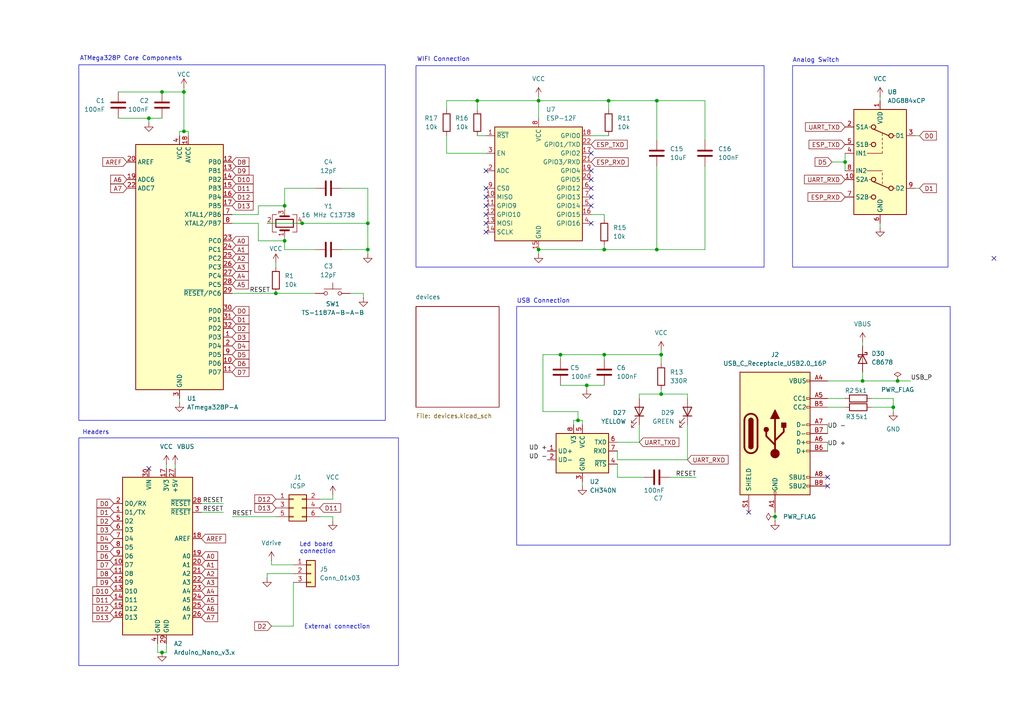
<source format=kicad_sch>
(kicad_sch (version 20250114) (generator "eeschema") (generator_version "9.0")
  (paper "A4")
  (lib_symbols
    (symbol "Analog_Switch:ADG884xCP"
      (property "Reference" "U" (at -7.62 16.51 0))
      (property "Value" "ADG884xCP" (at 0.635 16.51 0))
      (symbol "ADG884xCP_1_1"
        (pin bidirectional line (at -10.16 10.16 0) (length 2.54) (name "S1A") (number "2"))
        (pin bidirectional line (at -10.16 5.08 0) (length 2.54) (name "S1B") (number "5"))
        (pin input line (at -10.16 2.54 0) (length 2.54) (name "IN1") (number "4"))
        (pin input line (at -10.16 -2.54 0) (length 2.54) (name "IN2") (number "8"))
        (pin bidirectional line (at -10.16 -5.08 0) (length 2.54) (name "S2A") (number "10"))
        (pin bidirectional line (at -10.16 -10.16 0) (length 2.54) (name "S2B") (number "7"))
        (pin power_in line (at 0 17.78 270) (length 2.54) (name "VDD") (number "1"))
        (pin passive line (at 0 -17.78 90) (length 2.54) (hide yes) (name "GND") (number "11"))
        (pin power_in line (at 0 -17.78 90) (length 2.54) (name "GND") (number "6"))
        (pin bidirectional line (at 10.16 7.62 180) (length 2.54) (name "D1") (number "3"))
        (pin bidirectional line (at 10.16 -7.62 180) (length 2.54) (name "D2") (number "9"))
      )
    )
    (symbol "Arduino_Nano_v3.x_1"
      (property "Reference" "A" (at -10.16 23.495 0))
      (property "Value" "Arduino_Nano_v3.x" (at 5.08 -24.13 0))
      (symbol "Arduino_Nano_v3.x_1_1_1"
        (pin bidirectional line (at -12.7 15.24 0) (length 2.54) (name "D0/RX") (number "2"))
        (pin bidirectional line (at -12.7 12.7 0) (length 2.54) (name "D1/TX") (number "1"))
        (pin bidirectional line (at -12.7 10.16 0) (length 2.54) (name "D2") (number "5"))
        (pin bidirectional line (at -12.7 7.62 0) (length 2.54) (name "D3") (number "6"))
        (pin bidirectional line (at -12.7 5.08 0) (length 2.54) (name "D4") (number "7"))
        (pin bidirectional line (at -12.7 2.54 0) (length 2.54) (name "D5") (number "8"))
        (pin bidirectional line (at -12.7 0 0) (length 2.54) (name "D6") (number "9"))
        (pin bidirectional line (at -12.7 -2.54 0) (length 2.54) (name "D7") (number "10"))
        (pin bidirectional line (at -12.7 -5.08 0) (length 2.54) (name "D8") (number "11"))
        (pin bidirectional line (at -12.7 -7.62 0) (length 2.54) (name "D9") (number "12"))
        (pin bidirectional line (at -12.7 -10.16 0) (length 2.54) (name "D10") (number "13"))
        (pin bidirectional line (at -12.7 -12.7 0) (length 2.54) (name "D11") (number "14"))
        (pin bidirectional line (at -12.7 -15.24 0) (length 2.54) (name "D12") (number "15"))
        (pin bidirectional line (at -12.7 -17.78 0) (length 2.54) (name "D13") (number "16"))
        (pin power_in line (at -2.54 25.4 270) (length 2.54) (name "VIN") (number "30"))
        (pin power_in line (at 0 -25.4 90) (length 2.54) (name "GND") (number "4"))
        (pin power_out line (at 2.54 25.4 270) (length 2.54) (name "3V3") (number "17"))
        (pin power_in line (at 2.54 -25.4 90) (length 2.54) (name "GND") (number "29"))
        (pin power_out line (at 5.08 25.4 270) (length 2.54) (name "+5V") (number "27"))
        (pin input line (at 12.7 15.24 180) (length 2.54) (name "~{RESET}") (number "28"))
        (pin input line (at 12.7 12.7 180) (length 2.54) (name "~{RESET}") (number "3"))
        (pin input line (at 12.7 5.08 180) (length 2.54) (name "AREF") (number "18"))
        (pin bidirectional line (at 12.7 0 180) (length 2.54) (name "A0") (number "19"))
        (pin bidirectional line (at 12.7 -2.54 180) (length 2.54) (name "A1") (number "20"))
        (pin bidirectional line (at 12.7 -5.08 180) (length 2.54) (name "A2") (number "21"))
        (pin bidirectional line (at 12.7 -7.62 180) (length 2.54) (name "A3") (number "22"))
        (pin bidirectional line (at 12.7 -10.16 180) (length 2.54) (name "A4") (number "23"))
        (pin bidirectional line (at 12.7 -12.7 180) (length 2.54) (name "A5") (number "24"))
        (pin bidirectional line (at 12.7 -15.24 180) (length 2.54) (name "A6") (number "25"))
        (pin bidirectional line (at 12.7 -17.78 180) (length 2.54) (name "A7") (number "26"))
      )
    )
    (symbol "Connector:USB_C_Receptacle_USB2.0_16P" (pin_names (offset 1.016))
      (property "Reference" "J" (at 0 22.225 0))
      (property "Value" "USB_C_Receptacle_USB2.0_16P" (at 0 19.685 0))
      (symbol "USB_C_Receptacle_USB2.0_16P_1_1"
        (pin passive line (at -7.62 -22.86 90) (length 5.08) (name "SHIELD") (number "S1"))
        (pin passive line (at 0 -22.86 90) (length 5.08) (name "GND") (number "A1"))
        (pin passive line (at 0 -22.86 90) (length 5.08) (hide yes) (name "GND") (number "A12"))
        (pin passive line (at 0 -22.86 90) (length 5.08) (hide yes) (name "GND") (number "B1"))
        (pin passive line (at 0 -22.86 90) (length 5.08) (hide yes) (name "GND") (number "B12"))
        (pin passive line (at 15.24 15.24 180) (length 5.08) (name "VBUS") (number "A4"))
        (pin passive line (at 15.24 15.24 180) (length 5.08) (hide yes) (name "VBUS") (number "A9"))
        (pin passive line (at 15.24 15.24 180) (length 5.08) (hide yes) (name "VBUS") (number "B4"))
        (pin passive line (at 15.24 15.24 180) (length 5.08) (hide yes) (name "VBUS") (number "B9"))
        (pin bidirectional line (at 15.24 10.16 180) (length 5.08) (name "CC1") (number "A5"))
        (pin bidirectional line (at 15.24 7.62 180) (length 5.08) (name "CC2") (number "B5"))
        (pin bidirectional line (at 15.24 2.54 180) (length 5.08) (name "D-") (number "A7"))
        (pin bidirectional line (at 15.24 0 180) (length 5.08) (name "D-") (number "B7"))
        (pin bidirectional line (at 15.24 -2.54 180) (length 5.08) (name "D+") (number "A6"))
        (pin bidirectional line (at 15.24 -5.08 180) (length 5.08) (name "D+") (number "B6"))
        (pin bidirectional line (at 15.24 -12.7 180) (length 5.08) (name "SBU1") (number "A8"))
        (pin bidirectional line (at 15.24 -15.24 180) (length 5.08) (name "SBU2") (number "B8"))
      )
    )
    (symbol "Connector_Generic:Conn_01x03" (pin_names (offset 1.016) (hide yes))
      (property "Reference" "J" (at 0 5.08 0))
      (property "Value" "Conn_01x03" (at 0 -5.08 0))
      (symbol "Conn_01x03_1_1"
        (pin passive line (at -5.08 2.54 0) (length 3.81) (name "Pin_1") (number "1"))
        (pin passive line (at -5.08 0 0) (length 3.81) (name "Pin_2") (number "2"))
        (pin passive line (at -5.08 -2.54 0) (length 3.81) (name "Pin_3") (number "3"))
      )
    )
    (symbol "Connector_Generic:Conn_02x03_Odd_Even" (pin_names (offset 1.016) (hide yes))
      (property "Reference" "J" (at 1.27 5.08 0))
      (property "Value" "Conn_02x03_Odd_Even" (at 1.27 -5.08 0))
      (symbol "Conn_02x03_Odd_Even_1_1"
        (pin passive line (at -5.08 2.54 0) (length 3.81) (name "Pin_1") (number "1"))
        (pin passive line (at -5.08 0 0) (length 3.81) (name "Pin_3") (number "3"))
        (pin passive line (at -5.08 -2.54 0) (length 3.81) (name "Pin_5") (number "5"))
        (pin passive line (at 7.62 2.54 180) (length 3.81) (name "Pin_2") (number "2"))
        (pin passive line (at 7.62 0 180) (length 3.81) (name "Pin_4") (number "4"))
        (pin passive line (at 7.62 -2.54 180) (length 3.81) (name "Pin_6") (number "6"))
      )
    )
    (symbol "Device:C" (pin_numbers (hide yes)) (pin_names (offset 0.254))
      (property "Reference" "C" (at 0.635 2.54 0))
      (property "Value" "C" (at 0.635 -2.54 0))
      (symbol "C_1_1"
        (pin passive line (at 0 3.81 270) (length 2.794) (name "~") (number "1"))
        (pin passive line (at 0 -3.81 90) (length 2.794) (name "~") (number "2"))
      )
    )
    (symbol "Device:Crystal_GND24" (pin_names (offset 1.016) (hide yes))
      (property "Reference" "Y" (at 3.175 5.08 0))
      (property "Value" "Crystal_GND24" (at 3.175 3.175 0))
      (symbol "Crystal_GND24_1_1"
        (pin passive line (at -3.81 0 0) (length 1.27) (name "1") (number "1"))
        (pin passive line (at 0 5.08 270) (length 1.27) (name "2") (number "2"))
        (pin passive line (at 0 -5.08 90) (length 1.27) (name "4") (number "4"))
        (pin passive line (at 3.81 0 180) (length 1.27) (name "3") (number "3"))
      )
    )
    (symbol "Device:LED" (pin_numbers (hide yes)) (pin_names (offset 1.016) (hide yes))
      (property "Reference" "D" (at 0 2.54 0))
      (property "Value" "LED" (at 0 -2.54 0))
      (symbol "LED_1_1"
        (pin passive line (at -3.81 0 0) (length 2.54) (name "K") (number "1"))
        (pin passive line (at 3.81 0 180) (length 2.54) (name "A") (number "2"))
      )
    )
    (symbol "Device:R" (pin_numbers (hide yes)) (pin_names (offset 0))
      (property "Reference" "R" (at 2.032 0 90))
      (property "Value" "R" (at 0 0 90))
      (symbol "R_1_1"
        (pin passive line (at 0 3.81 270) (length 1.27) (name "~") (number "1"))
        (pin passive line (at 0 -3.81 90) (length 1.27) (name "~") (number "2"))
      )
    )
    (symbol "Diode:SS34" (pin_numbers (hide yes)) (pin_names (offset 1.016) (hide yes))
      (property "Reference" "D" (at 0 2.54 0))
      (property "Value" "SS34" (at 0 -2.54 0))
      (symbol "SS34_1_1"
        (pin passive line (at -3.81 0 0) (length 2.54) (name "K") (number "1"))
        (pin passive line (at 3.81 0 180) (length 2.54) (name "A") (number "2"))
      )
    )
    (symbol "MCU_Microchip_ATmega:ATmega328P-A"
      (property "Reference" "U" (at -12.7 36.83 0))
      (property "Value" "ATmega328P-A" (at 2.54 -36.83 0))
      (symbol "ATmega328P-A_1_1"
        (pin passive line (at -15.24 30.48 0) (length 2.54) (name "AREF") (number "20"))
        (pin input line (at -15.24 25.4 0) (length 2.54) (name "ADC6") (number "19"))
        (pin input line (at -15.24 22.86 0) (length 2.54) (name "ADC7") (number "22"))
        (pin power_in line (at 0 38.1 270) (length 2.54) (name "VCC") (number "4"))
        (pin passive line (at 0 38.1 270) (length 2.54) (hide yes) (name "VCC") (number "6"))
        (pin passive line (at 0 -38.1 90) (length 2.54) (hide yes) (name "GND") (number "21"))
        (pin power_in line (at 0 -38.1 90) (length 2.54) (name "GND") (number "3"))
        (pin passive line (at 0 -38.1 90) (length 2.54) (hide yes) (name "GND") (number "5"))
        (pin power_in line (at 2.54 38.1 270) (length 2.54) (name "AVCC") (number "18"))
        (pin bidirectional line (at 15.24 30.48 180) (length 2.54) (name "PB0") (number "12"))
        (pin bidirectional line (at 15.24 27.94 180) (length 2.54) (name "PB1") (number "13"))
        (pin bidirectional line (at 15.24 25.4 180) (length 2.54) (name "PB2") (number "14"))
        (pin bidirectional line (at 15.24 22.86 180) (length 2.54) (name "PB3") (number "15"))
        (pin bidirectional line (at 15.24 20.32 180) (length 2.54) (name "PB4") (number "16"))
        (pin bidirectional line (at 15.24 17.78 180) (length 2.54) (name "PB5") (number "17"))
        (pin bidirectional line (at 15.24 15.24 180) (length 2.54) (name "XTAL1/PB6") (number "7"))
        (pin bidirectional line (at 15.24 12.7 180) (length 2.54) (name "XTAL2/PB7") (number "8"))
        (pin bidirectional line (at 15.24 7.62 180) (length 2.54) (name "PC0") (number "23"))
        (pin bidirectional line (at 15.24 5.08 180) (length 2.54) (name "PC1") (number "24"))
        (pin bidirectional line (at 15.24 2.54 180) (length 2.54) (name "PC2") (number "25"))
        (pin bidirectional line (at 15.24 0 180) (length 2.54) (name "PC3") (number "26"))
        (pin bidirectional line (at 15.24 -2.54 180) (length 2.54) (name "PC4") (number "27"))
        (pin bidirectional line (at 15.24 -5.08 180) (length 2.54) (name "PC5") (number "28"))
        (pin bidirectional line (at 15.24 -7.62 180) (length 2.54) (name "~{RESET}/PC6") (number "29"))
        (pin bidirectional line (at 15.24 -12.7 180) (length 2.54) (name "PD0") (number "30"))
        (pin bidirectional line (at 15.24 -15.24 180) (length 2.54) (name "PD1") (number "31"))
        (pin bidirectional line (at 15.24 -17.78 180) (length 2.54) (name "PD2") (number "32"))
        (pin bidirectional line (at 15.24 -20.32 180) (length 2.54) (name "PD3") (number "1"))
        (pin bidirectional line (at 15.24 -22.86 180) (length 2.54) (name "PD4") (number "2"))
        (pin bidirectional line (at 15.24 -25.4 180) (length 2.54) (name "PD5") (number "9"))
        (pin bidirectional line (at 15.24 -27.94 180) (length 2.54) (name "PD6") (number "10"))
        (pin bidirectional line (at 15.24 -30.48 180) (length 2.54) (name "PD7") (number "11"))
      )
    )
    (symbol "RF_Module:ESP-12F"
      (property "Reference" "U" (at -12.7 19.05 0))
      (property "Value" "ESP-12F" (at 12.7 19.05 0))
      (symbol "ESP-12F_1_1"
        (pin input line (at -15.24 15.24 0) (length 2.54) (name "~{RST}") (number "1"))
        (pin input line (at -15.24 10.16 0) (length 2.54) (name "EN") (number "3"))
        (pin input line (at -15.24 5.08 0) (length 2.54) (name "ADC") (number "2"))
        (pin input line (at -15.24 0 0) (length 2.54) (name "CS0") (number "9"))
        (pin bidirectional line (at -15.24 -2.54 0) (length 2.54) (name "MISO") (number "10"))
        (pin bidirectional line (at -15.24 -5.08 0) (length 2.54) (name "GPIO9") (number "11"))
        (pin bidirectional line (at -15.24 -7.62 0) (length 2.54) (name "GPIO10") (number "12"))
        (pin bidirectional line (at -15.24 -10.16 0) (length 2.54) (name "MOSI") (number "13"))
        (pin bidirectional line (at -15.24 -12.7 0) (length 2.54) (name "SCLK") (number "14"))
        (pin power_in line (at 0 20.32 270) (length 2.54) (name "VCC") (number "8"))
        (pin power_in line (at 0 -17.78 90) (length 2.54) (name "GND") (number "15"))
        (pin bidirectional line (at 15.24 15.24 180) (length 2.54) (name "GPIO0") (number "18"))
        (pin bidirectional line (at 15.24 12.7 180) (length 2.54) (name "GPIO1/TXD") (number "22"))
        (pin bidirectional line (at 15.24 10.16 180) (length 2.54) (name "GPIO2") (number "17"))
        (pin bidirectional line (at 15.24 7.62 180) (length 2.54) (name "GPIO3/RXD") (number "21"))
        (pin bidirectional line (at 15.24 5.08 180) (length 2.54) (name "GPIO4") (number "19"))
        (pin bidirectional line (at 15.24 2.54 180) (length 2.54) (name "GPIO5") (number "20"))
        (pin bidirectional line (at 15.24 0 180) (length 2.54) (name "GPIO12") (number "6"))
        (pin bidirectional line (at 15.24 -2.54 180) (length 2.54) (name "GPIO13") (number "7"))
        (pin bidirectional line (at 15.24 -5.08 180) (length 2.54) (name "GPIO14") (number "5"))
        (pin bidirectional line (at 15.24 -7.62 180) (length 2.54) (name "GPIO15") (number "16"))
        (pin bidirectional line (at 15.24 -10.16 180) (length 2.54) (name "GPIO16") (number "4"))
      )
    )
    (symbol "Switch:SW_Push" (pin_numbers (hide yes)) (pin_names (offset 1.016) (hide yes))
      (property "Reference" "SW" (at 1.27 2.54 0))
      (property "Value" "SW_Push" (at 0 -1.524 0))
      (symbol "SW_Push_0_1"
        (pin passive line (at -5.08 0 0) (length 2.54) (name "1") (number "1"))
        (pin passive line (at 5.08 0 180) (length 2.54) (name "2") (number "2"))
      )
    )
    (symbol "ch340n:CH340N"
      (property "Reference" "U3" (at 1.9559 -1.27 0))
      (property "Value" "CH340N" (at -8.89 -1.27 0))
      (symbol "CH340N_1_1"
        (pin bidirectional line (at -10.16 7.62 0) (length 2.54) (name "UD+") (number "1"))
        (pin bidirectional line (at -10.16 5.08 0) (length 2.54) (name "UD-") (number "2"))
        (pin passive line (at -2.54 15.24 270) (length 2.54) (name "V3") (number "8"))
        (pin power_in line (at 0 15.24 270) (length 2.54) (name "VCC") (number "5"))
        (pin power_in line (at 0 -1.27 90) (length 2.54) (name "GND") (number "3"))
        (pin output line (at 10.16 10.16 180) (length 2.54) (name "TXD") (number "6"))
        (pin input line (at 10.16 7.62 180) (length 2.54) (name "RXD") (number "7"))
        (pin output line (at 10.16 3.81 180) (length 2.54) (name "~{RTS}") (number "4"))
      )
    )
    (symbol "power:GND" (power) (pin_numbers (hide yes)) (pin_names (offset 0) (hide yes))
      (property "Value" "GND" (at 0 -3.81 0))
      (symbol "GND_1_1"
        (pin power_in line (at 0 0 270) (length 0) (name "~") (number "1"))
      )
    )
    (symbol "power:PWR_FLAG" (power) (pin_numbers (hide yes)) (pin_names (offset 0) (hide yes))
      (property "Value" "PWR_FLAG" (at 0 3.81 0))
      (symbol "PWR_FLAG_0_0"
        (pin power_out line (at 0 0 90) (length 0) (name "~") (number "1"))
      )
    )
    (symbol "power:VBUS" (power) (pin_numbers (hide yes)) (pin_names (offset 0) (hide yes))
      (property "Value" "VBUS" (at 0 3.556 0))
      (symbol "VBUS_1_1"
        (pin power_in line (at 0 0 90) (length 0) (name "~") (number "1"))
      )
    )
    (symbol "power:VCC" (power) (pin_numbers (hide yes)) (pin_names (offset 0) (hide yes))
      (property "Value" "VCC" (at 0 3.556 0))
      (symbol "VCC_1_1"
        (pin power_in line (at 0 0 90) (length 0) (name "~") (number "1"))
      )
    )
    (symbol "power:Vdrive" (power) (pin_numbers (hide yes)) (pin_names (offset 0) (hide yes))
      (property "Value" "Vdrive" (at 0 3.556 0))
      (symbol "Vdrive_1_1"
        (pin power_in line (at 0 0 90) (length 0) (name "~") (number "1"))
      )
    )
  )
  (rectangle (start 22.86 18.796) (end 111.76 121.92))
  (rectangle (start 149.86 88.9) (end 275.59 158.115))
  (text "WIFI Connection" (at 120.904 17.272 0) (effects (font (size 1.27 1.27)) (justify left)))
  (text "ATMega328P Core Components\n" (at 23.114 17.018 0) (effects (font (size 1.27 1.27)) (justify left)))
  (text "Led board \nconnection\n\n" (at 92.202 160.02 0) (effects (font (size 1.27 1.27))))
  (text "Headers\n" (at 23.876 125.476 0) (effects (font (size 1.27 1.27)) (justify left)))
  (text "USB Connection" (at 149.86 87.376 0) (effects (font (size 1.27 1.27)) (justify left)))
  (text "Analog Switch\n" (at 229.87 17.526 0) (effects (font (size 1.27 1.27)) (justify left)))
  (text "External connection" (at 97.79 181.864 0) (effects (font (size 1.27 1.27))))
  (text_box "" (at 22.86 127 0) (size 92.71 66.04) (margins 0.9525 0.9525 0.9525 0.9525) (effects (font (size 1.27 1.27)) (justify left top)))
  (text_box "" (at 229.87 19.05 0) (size 45.085 58.42) (margins 0.9525 0.9525 0.9525 0.9525) (effects (font (size 1.27 1.27)) (justify left top)))
  (text_box "" (at 120.65 19.05 0) (size 100.965 58.42) (margins 0.9525 0.9525 0.9525 0.9525) (effects (font (size 1.27 1.27)) (justify left top)))
  (junction (at 175.26 102.87))
  (junction (at 106.68 72.39))
  (junction (at 82.55 59.69))
  (junction (at 156.21 72.39))
  (junction (at 156.21 29.21))
  (junction (at 46.99 26.67))
  (junction (at 53.34 26.67))
  (junction (at 260.35 110.49))
  (junction (at 80.01 85.09))
  (junction (at 138.43 29.21))
  (junction (at 46.99 189.23))
  (junction (at 190.5 72.39))
  (junction (at 245.11 46.99))
  (junction (at 82.55 69.85))
  (junction (at 224.79 149.86))
  (junction (at 167.64 121.92))
  (junction (at 191.77 114.3))
  (junction (at 259.08 118.11))
  (junction (at 106.68 64.77))
  (junction (at 175.26 72.39))
  (junction (at 87.63 64.77))
  (junction (at 250.19 110.49))
  (junction (at 190.5 29.21))
  (junction (at 176.53 29.21))
  (junction (at 162.56 102.87))
  (junction (at 53.34 38.1))
  (junction (at 191.77 102.87))
  (junction (at 43.18 34.29))
  (junction (at 170.18 111.76))
  (no_connect (at 171.45 49.53))
  (no_connect (at 256.54 228.6))
  (no_connect (at 171.45 54.61))
  (no_connect (at 240.03 138.43))
  (no_connect (at 240.03 140.97))
  (no_connect (at 171.45 59.69))
  (no_connect (at 171.45 64.77))
  (no_connect (at 288.29 74.93))
  (no_connect (at 171.45 44.45))
  (no_connect (at 140.97 49.53))
  (no_connect (at 140.97 59.69))
  (no_connect (at 171.45 52.07))
  (no_connect (at 140.97 54.61))
  (no_connect (at 171.45 57.15))
  (no_connect (at 43.18 135.89))
  (no_connect (at 217.17 148.59))
  (no_connect (at 140.97 62.23))
  (no_connect (at 140.97 57.15))
  (no_connect (at 140.97 64.77))
  (no_connect (at 140.97 67.31))
  (wire (pts (xy 82.55 68.58) (xy 82.55 69.85)))
  (wire (pts (xy 129.54 29.21) (xy 138.43 29.21)))
  (wire (pts (xy 171.45 39.37) (xy 176.53 39.37)))
  (wire (pts (xy 199.39 123.19) (xy 199.39 133.35)))
  (wire (pts (xy 199.39 114.3) (xy 191.77 114.3)))
  (wire (pts (xy 34.29 26.67) (xy 46.99 26.67)))
  (wire (pts (xy 53.34 38.1) (xy 54.61 38.1)))
  (wire (pts (xy 240.03 110.49) (xy 250.19 110.49)))
  (wire (pts (xy 53.34 25.4) (xy 53.34 26.67)))
  (wire (pts (xy 85.09 181.61) (xy 78.74 181.61)))
  (wire (pts (xy 106.68 54.61) (xy 106.68 64.77)))
  (wire (pts (xy 179.07 138.43) (xy 186.69 138.43)))
  (wire (pts (xy 105.41 85.09) (xy 101.6 85.09)))
  (wire (pts (xy 259.08 119.38) (xy 259.08 118.11)))
  (wire (pts (xy 58.42 148.59) (xy 64.77 148.59)))
  (wire (pts (xy 138.43 29.21) (xy 156.21 29.21)))
  (wire (pts (xy 185.42 114.3) (xy 185.42 115.57)))
  (wire (pts (xy 96.52 149.86) (xy 96.52 151.13)))
  (wire (pts (xy 250.19 110.49) (xy 260.35 110.49)))
  (wire (pts (xy 179.07 133.35) (xy 179.07 130.81)))
  (wire (pts (xy 138.43 29.21) (xy 138.43 31.75)))
  (wire (pts (xy 224.79 148.59) (xy 224.79 149.86)))
  (wire (pts (xy 43.18 35.56) (xy 43.18 34.29)))
  (wire (pts (xy 204.47 48.26) (xy 204.47 72.39)))
  (wire (pts (xy 255.27 27.94) (xy 255.27 29.21)))
  (wire (pts (xy 99.06 72.39) (xy 106.68 72.39)))
  (wire (pts (xy 48.26 189.23) (xy 46.99 189.23)))
  (wire (pts (xy 34.29 34.29) (xy 43.18 34.29)))
  (wire (pts (xy 168.91 140.97) (xy 168.91 139.7)))
  (wire (pts (xy 240.03 123.19) (xy 240.03 125.73)))
  (wire (pts (xy 176.53 29.21) (xy 190.5 29.21)))
  (wire (pts (xy 157.48 102.87) (xy 162.56 102.87)))
  (wire (pts (xy 175.26 102.87) (xy 191.77 102.87)))
  (wire (pts (xy 54.61 38.1) (xy 54.61 39.37)))
  (wire (pts (xy 74.93 62.23) (xy 67.31 62.23)))
  (wire (pts (xy 52.07 116.84) (xy 52.07 115.57)))
  (wire (pts (xy 175.26 71.12) (xy 175.26 72.39)))
  (wire (pts (xy 252.73 115.57) (xy 259.08 115.57)))
  (wire (pts (xy 77.47 167.64) (xy 77.47 166.37)))
  (wire (pts (xy 199.39 115.57) (xy 199.39 114.3)))
  (wire (pts (xy 52.07 39.37) (xy 52.07 38.1)))
  (wire (pts (xy 190.5 29.21) (xy 190.5 40.64)))
  (wire (pts (xy 190.5 29.21) (xy 204.47 29.21)))
  (wire (pts (xy 48.26 134.62) (xy 48.26 135.89)))
  (wire (pts (xy 67.31 85.09) (xy 80.01 85.09)))
  (wire (pts (xy 87.63 64.77) (xy 106.68 64.77)))
  (wire (pts (xy 168.91 121.92) (xy 168.91 123.19)))
  (wire (pts (xy 129.54 39.37) (xy 129.54 44.45)))
  (wire (pts (xy 175.26 102.87) (xy 175.26 104.14)))
  (wire (pts (xy 167.64 121.92) (xy 167.64 119.38)))
  (wire (pts (xy 176.53 29.21) (xy 156.21 29.21)))
  (wire (pts (xy 157.48 119.38) (xy 157.48 102.87)))
  (wire (pts (xy 48.26 186.69) (xy 48.26 189.23)))
  (wire (pts (xy 43.18 34.29) (xy 46.99 34.29)))
  (wire (pts (xy 91.44 54.61) (xy 82.55 54.61)))
  (wire (pts (xy 240.03 118.11) (xy 245.11 118.11)))
  (wire (pts (xy 194.31 138.43) (xy 201.93 138.43)))
  (wire (pts (xy 106.68 73.66) (xy 106.68 72.39)))
  (wire (pts (xy 53.34 26.67) (xy 53.34 38.1)))
  (wire (pts (xy 245.11 44.45) (xy 245.11 46.99)))
  (wire (pts (xy 260.35 110.49) (xy 264.16 110.49)))
  (wire (pts (xy 92.71 149.86) (xy 96.52 149.86)))
  (wire (pts (xy 67.31 64.77) (xy 74.93 64.77)))
  (wire (pts (xy 176.53 29.21) (xy 176.53 31.75)))
  (wire (pts (xy 96.52 144.78) (xy 96.52 143.51)))
  (wire (pts (xy 240.03 115.57) (xy 245.11 115.57)))
  (wire (pts (xy 129.54 31.75) (xy 129.54 29.21)))
  (wire (pts (xy 266.7 54.61) (xy 265.43 54.61)))
  (wire (pts (xy 245.11 46.99) (xy 245.11 49.53)))
  (wire (pts (xy 82.55 59.69) (xy 74.93 59.69)))
  (wire (pts (xy 167.64 119.38) (xy 157.48 119.38)))
  (wire (pts (xy 53.34 26.67) (xy 46.99 26.67)))
  (wire (pts (xy 129.54 44.45) (xy 140.97 44.45)))
  (wire (pts (xy 191.77 113.03) (xy 191.77 114.3)))
  (wire (pts (xy 175.26 63.5) (xy 175.26 62.23)))
  (wire (pts (xy 74.93 59.69) (xy 74.93 62.23)))
  (wire (pts (xy 45.72 186.69) (xy 45.72 189.23)))
  (wire (pts (xy 240.03 128.27) (xy 240.03 130.81)))
  (wire (pts (xy 179.07 133.35) (xy 199.39 133.35)))
  (wire (pts (xy 106.68 64.77) (xy 106.68 72.39)))
  (wire (pts (xy 250.19 99.06) (xy 250.19 100.33)))
  (wire (pts (xy 190.5 72.39) (xy 175.26 72.39)))
  (wire (pts (xy 99.06 54.61) (xy 106.68 54.61)))
  (wire (pts (xy 179.07 138.43) (xy 179.07 134.62)))
  (wire (pts (xy 250.19 110.49) (xy 250.19 107.95)))
  (wire (pts (xy 78.74 162.56) (xy 78.74 163.83)))
  (wire (pts (xy 85.09 168.91) (xy 85.09 181.61)))
  (wire (pts (xy 191.77 105.41) (xy 191.77 102.87)))
  (wire (pts (xy 265.43 39.37) (xy 266.7 39.37)))
  (wire (pts (xy 224.79 149.86) (xy 224.79 151.13)))
  (wire (pts (xy 170.18 111.76) (xy 175.26 111.76)))
  (wire (pts (xy 191.77 101.6) (xy 191.77 102.87)))
  (wire (pts (xy 156.21 27.94) (xy 156.21 29.21)))
  (wire (pts (xy 78.74 163.83) (xy 85.09 163.83)))
  (wire (pts (xy 162.56 102.87) (xy 175.26 102.87)))
  (wire (pts (xy 191.77 114.3) (xy 185.42 114.3)))
  (wire (pts (xy 52.07 38.1) (xy 53.34 38.1)))
  (wire (pts (xy 92.71 144.78) (xy 96.52 144.78)))
  (wire (pts (xy 162.56 102.87) (xy 162.56 104.14)))
  (wire (pts (xy 252.73 118.11) (xy 259.08 118.11)))
  (wire (pts (xy 167.64 121.92) (xy 168.91 121.92)))
  (wire (pts (xy 74.93 69.85) (xy 82.55 69.85)))
  (wire (pts (xy 91.44 72.39) (xy 82.55 72.39)))
  (wire (pts (xy 259.08 115.57) (xy 259.08 118.11)))
  (wire (pts (xy 82.55 72.39) (xy 82.55 69.85)))
  (wire (pts (xy 77.47 166.37) (xy 85.09 166.37)))
  (wire (pts (xy 138.43 39.37) (xy 140.97 39.37)))
  (wire (pts (xy 175.26 72.39) (xy 156.21 72.39)))
  (wire (pts (xy 80.01 85.09) (xy 91.44 85.09)))
  (wire (pts (xy 77.47 64.77) (xy 87.63 64.77)))
  (wire (pts (xy 166.37 121.92) (xy 167.64 121.92)))
  (wire (pts (xy 162.56 111.76) (xy 170.18 111.76)))
  (wire (pts (xy 50.8 134.62) (xy 50.8 135.89)))
  (wire (pts (xy 185.42 128.27) (xy 179.07 128.27)))
  (wire (pts (xy 175.26 62.23) (xy 171.45 62.23)))
  (wire (pts (xy 45.72 189.23) (xy 46.99 189.23)))
  (wire (pts (xy 82.55 54.61) (xy 82.55 59.69)))
  (wire (pts (xy 156.21 72.39) (xy 156.21 73.66)))
  (wire (pts (xy 190.5 72.39) (xy 204.47 72.39)))
  (wire (pts (xy 185.42 123.19) (xy 185.42 128.27)))
  (wire (pts (xy 170.18 113.03) (xy 170.18 111.76)))
  (wire (pts (xy 255.27 66.04) (xy 255.27 64.77)))
  (wire (pts (xy 204.47 40.64) (xy 204.47 29.21)))
  (wire (pts (xy 58.42 146.05) (xy 64.77 146.05)))
  (wire (pts (xy 74.93 64.77) (xy 74.93 69.85)))
  (wire (pts (xy 241.3 46.99) (xy 245.11 46.99)))
  (wire (pts (xy 67.31 149.86) (xy 80.01 149.86)))
  (wire (pts (xy 80.01 76.2) (xy 80.01 77.47)))
  (wire (pts (xy 190.5 48.26) (xy 190.5 72.39)))
  (wire (pts (xy 156.21 29.21) (xy 156.21 34.29)))
  (wire (pts (xy 82.55 59.69) (xy 82.55 60.96)))
  (wire (pts (xy 166.37 123.19) (xy 166.37 121.92)))
  (wire (pts (xy 105.41 86.36) (xy 105.41 85.09)))
  (label "RESET" (at 64.77 148.59 180))
  (label "RESET" (at 72.39 85.09 0))
  (label "UD +" (at 158.75 130.81 180))
  (label "UD -" (at 158.75 133.35 180))
  (label "UD +" (at 240.03 129.54 0))
  (label "USB_P" (at 264.16 110.49 0))
  (label "RESET" (at 64.77 146.05 180))
  (label "RESET" (at 67.31 149.86 0))
  (label "UD -" (at 240.03 124.46 0))
  (label "RESET" (at 201.93 138.43 180))
  (global_label "D9" (shape input) (at 33.02 168.91 180) (property "Intersheetrefs" "${INTERSHEET_REFS}" (effects (hide yes))))
  (global_label "D13" (shape input) (at 80.01 147.32 180) (property "Intersheetrefs" "${INTERSHEET_REFS}" (effects (hide yes))))
  (global_label "A4" (shape input) (at 58.42 171.45 0) (property "Intersheetrefs" "${INTERSHEET_REFS}" (effects (hide yes))))
  (global_label "A7" (shape input) (at 58.42 179.07 0) (property "Intersheetrefs" "${INTERSHEET_REFS}" (effects (hide yes))))
  (global_label "ESP_TXD" (shape input) (at 171.45 41.91 0) (property "Intersheetrefs" "${INTERSHEET_REFS}" (effects (hide yes))))
  (global_label "D6" (shape input) (at 33.02 161.29 180) (property "Intersheetrefs" "${INTERSHEET_REFS}" (effects (hide yes))))
  (global_label "UART_TXD" (shape input) (at 245.11 36.83 180) (property "Intersheetrefs" "${INTERSHEET_REFS}" (effects (hide yes))))
  (global_label "AREF" (shape input) (at 36.83 46.99 180) (property "Intersheetrefs" "${INTERSHEET_REFS}" (effects (hide yes))))
  (global_label "D12" (shape input) (at 33.02 176.53 180) (property "Intersheetrefs" "${INTERSHEET_REFS}" (effects (hide yes))))
  (global_label "A4" (shape input) (at 67.31 80.01 0) (property "Intersheetrefs" "${INTERSHEET_REFS}" (effects (hide yes))))
  (global_label "UART_RXD" (shape input) (at 245.11 52.07 180) (property "Intersheetrefs" "${INTERSHEET_REFS}" (effects (hide yes))))
  (global_label "D8" (shape input) (at 33.02 166.37 180) (property "Intersheetrefs" "${INTERSHEET_REFS}" (effects (hide yes))))
  (global_label "D11" (shape input) (at 33.02 173.99 180) (property "Intersheetrefs" "${INTERSHEET_REFS}" (effects (hide yes))))
  (global_label "A6" (shape input) (at 36.83 52.07 180) (property "Intersheetrefs" "${INTERSHEET_REFS}" (effects (hide yes))))
  (global_label "D11" (shape input) (at 67.31 54.61 0) (property "Intersheetrefs" "${INTERSHEET_REFS}" (effects (hide yes))))
  (global_label "D3" (shape input) (at 67.31 97.79 0) (property "Intersheetrefs" "${INTERSHEET_REFS}" (effects (hide yes))))
  (global_label "A2" (shape input) (at 67.31 74.93 0) (property "Intersheetrefs" "${INTERSHEET_REFS}" (effects (hide yes))))
  (global_label "D8" (shape input) (at 67.31 46.99 0) (property "Intersheetrefs" "${INTERSHEET_REFS}" (effects (hide yes))))
  (global_label "A5" (shape input) (at 67.31 82.55 0) (property "Intersheetrefs" "${INTERSHEET_REFS}" (effects (hide yes))))
  (global_label "D5" (shape input) (at 33.02 158.75 180) (property "Intersheetrefs" "${INTERSHEET_REFS}" (effects (hide yes))))
  (global_label "D10" (shape input) (at 67.31 52.07 0) (property "Intersheetrefs" "${INTERSHEET_REFS}" (effects (hide yes))))
  (global_label "D1" (shape input) (at 33.02 148.59 180) (property "Intersheetrefs" "${INTERSHEET_REFS}" (effects (hide yes))))
  (global_label "D0" (shape input) (at 33.02 146.05 180) (property "Intersheetrefs" "${INTERSHEET_REFS}" (effects (hide yes))))
  (global_label "A5" (shape input) (at 58.42 173.99 0) (property "Intersheetrefs" "${INTERSHEET_REFS}" (effects (hide yes))))
  (global_label "A0" (shape input) (at 67.31 69.85 0) (property "Intersheetrefs" "${INTERSHEET_REFS}" (effects (hide yes))))
  (global_label "D7" (shape input) (at 67.31 107.95 0) (property "Intersheetrefs" "${INTERSHEET_REFS}" (effects (hide yes))))
  (global_label "A1" (shape input) (at 58.42 163.83 0) (property "Intersheetrefs" "${INTERSHEET_REFS}" (effects (hide yes))))
  (global_label "D5" (shape input) (at 241.3 46.99 180) (property "Intersheetrefs" "${INTERSHEET_REFS}" (effects (hide yes))))
  (global_label "D12" (shape input) (at 80.01 144.78 180) (property "Intersheetrefs" "${INTERSHEET_REFS}" (effects (hide yes))))
  (global_label "D6" (shape input) (at 67.31 105.41 0) (property "Intersheetrefs" "${INTERSHEET_REFS}" (effects (hide yes))))
  (global_label "A0" (shape input) (at 58.42 161.29 0) (property "Intersheetrefs" "${INTERSHEET_REFS}" (effects (hide yes))))
  (global_label "ESP_RXD" (shape input) (at 245.11 57.15 180) (property "Intersheetrefs" "${INTERSHEET_REFS}" (effects (hide yes))))
  (global_label "D1" (shape input) (at 67.31 92.71 0) (property "Intersheetrefs" "${INTERSHEET_REFS}" (effects (hide yes))))
  (global_label "D2" (shape input) (at 33.02 151.13 180) (property "Intersheetrefs" "${INTERSHEET_REFS}" (effects (hide yes))))
  (global_label "D2" (shape input) (at 78.74 181.61 180) (property "Intersheetrefs" "${INTERSHEET_REFS}" (effects (hide yes))))
  (global_label "D5" (shape input) (at 67.31 102.87 0) (property "Intersheetrefs" "${INTERSHEET_REFS}" (effects (hide yes))))
  (global_label "D13" (shape input) (at 33.02 179.07 180) (property "Intersheetrefs" "${INTERSHEET_REFS}" (effects (hide yes))))
  (global_label "A1" (shape input) (at 67.31 72.39 0) (property "Intersheetrefs" "${INTERSHEET_REFS}" (effects (hide yes))))
  (global_label "D9" (shape input) (at 67.31 49.53 0) (property "Intersheetrefs" "${INTERSHEET_REFS}" (effects (hide yes))))
  (global_label "A2" (shape input) (at 58.42 166.37 0) (property "Intersheetrefs" "${INTERSHEET_REFS}" (effects (hide yes))))
  (global_label "D11" (shape input) (at 92.71 147.32 0) (property "Intersheetrefs" "${INTERSHEET_REFS}" (effects (hide yes))))
  (global_label "AREF" (shape input) (at 58.42 156.21 0) (property "Intersheetrefs" "${INTERSHEET_REFS}" (effects (hide yes))))
  (global_label "D7" (shape input) (at 33.02 163.83 180) (property "Intersheetrefs" "${INTERSHEET_REFS}" (effects (hide yes))))
  (global_label "D13" (shape input) (at 67.31 59.69 0) (property "Intersheetrefs" "${INTERSHEET_REFS}" (effects (hide yes))))
  (global_label "D2" (shape input) (at 67.31 95.25 0) (property "Intersheetrefs" "${INTERSHEET_REFS}" (effects (hide yes))))
  (global_label "A3" (shape input) (at 67.31 77.47 0) (property "Intersheetrefs" "${INTERSHEET_REFS}" (effects (hide yes))))
  (global_label "A6" (shape input) (at 58.42 176.53 0) (property "Intersheetrefs" "${INTERSHEET_REFS}" (effects (hide yes))))
  (global_label "D1" (shape input) (at 266.7 54.61 0) (property "Intersheetrefs" "${INTERSHEET_REFS}" (effects (hide yes))))
  (global_label "A3" (shape input) (at 58.42 168.91 0) (property "Intersheetrefs" "${INTERSHEET_REFS}" (effects (hide yes))))
  (global_label "D10" (shape input) (at 33.02 171.45 180) (property "Intersheetrefs" "${INTERSHEET_REFS}" (effects (hide yes))))
  (global_label "ESP_TXD" (shape input) (at 245.11 41.91 180) (property "Intersheetrefs" "${INTERSHEET_REFS}" (effects (hide yes))))
  (global_label "ESP_RXD" (shape input) (at 171.45 46.99 0) (property "Intersheetrefs" "${INTERSHEET_REFS}" (effects (hide yes))))
  (global_label "UART_RXD" (shape input) (at 199.39 133.35 0) (property "Intersheetrefs" "${INTERSHEET_REFS}" (effects (hide yes))))
  (global_label "A7" (shape input) (at 36.83 54.61 180) (property "Intersheetrefs" "${INTERSHEET_REFS}" (effects (hide yes))))
  (global_label "D4" (shape input) (at 33.02 156.21 180) (property "Intersheetrefs" "${INTERSHEET_REFS}" (effects (hide yes))))
  (global_label "D12" (shape input) (at 67.31 57.15 0) (property "Intersheetrefs" "${INTERSHEET_REFS}" (effects (hide yes))))
  (global_label "D4" (shape input) (at 67.31 100.33 0) (property "Intersheetrefs" "${INTERSHEET_REFS}" (effects (hide yes))))
  (global_label "D0" (shape input) (at 266.7 39.37 0) (property "Intersheetrefs" "${INTERSHEET_REFS}" (effects (hide yes))))
  (global_label "D0" (shape input) (at 67.31 90.17 0) (property "Intersheetrefs" "${INTERSHEET_REFS}" (effects (hide yes))))
  (global_label "D3" (shape input) (at 33.02 153.67 180) (property "Intersheetrefs" "${INTERSHEET_REFS}" (effects (hide yes))))
  (global_label "UART_TXD" (shape input) (at 185.42 128.27 0) (property "Intersheetrefs" "${INTERSHEET_REFS}" (effects (hide yes))))
  (symbol (lib_id "Device:R") (at 191.77 109.22 0) (unit 1)
    (property "Reference" "R13" (at 194.31 107.9499 0) (effects (justify left)))
    (property "Value" "330R" (at 194.31 110.4899 0) (effects (justify left)))
    (property "Footprint" "Resistor_SMD:R_0603_1608Metric" (effects (hide yes)))
    (property "Description" "Resistor" (effects (hide yes)))
  )
  (symbol (lib_id "Device:R") (at 248.92 118.11 90) (unit 1)
    (property "Reference" "R3" (at 246.634 120.904 90))
    (property "Value" "5k1" (at 249.936 120.904 90))
    (property "Footprint" "Resistor_SMD:R_0402_1005Metric" (effects (hide yes)))
    (property "Description" "Resistor" (effects (hide yes)))
  )
  (symbol (lib_id "Device:C") (at 34.29 30.48 0) (mirror y) (unit 1)
    (property "Reference" "C1" (at 30.48 29.2099 0) (effects (justify left)))
    (property "Value" "100nF" (at 30.48 31.7499 0) (effects (justify left)))
    (property "Footprint" "Capacitor_SMD:C_0603_1608Metric" (effects (hide yes)))
    (property "Description" "Unpolarized capacitor" (effects (hide yes)))
  )
  (symbol (lib_id "Device:C") (at 204.47 44.45 0) (unit 1)
    (property "Reference" "C16" (at 208.28 43.1799 0) (effects (justify left)))
    (property "Value" "100nF" (at 208.28 45.7199 0) (effects (justify left)))
    (property "Footprint" "Capacitor_SMD:C_0402_1005Metric" (effects (hide yes)))
    (property "Description" "Unpolarized capacitor" (effects (hide yes)))
  )
  (symbol (lib_name "Arduino_Nano_v3.x_1") (lib_id "MCU_Module:Arduino_Nano_v3.x") (at 45.72 161.29 0) (unit 1)
    (property "Reference" "A2" (at 50.4033 186.69 0) (effects (justify left)))
    (property "Value" "Arduino_Nano_v3.x" (at 50.4033 189.23 0) (effects (justify left)))
    (property "Footprint" "Module:Arduino_Nano" (effects (hide yes)))
    (property "Datasheet" "http://www.mouser.com/pdfdocs/Gravitech_Arduino_Nano3_0.pdf" (effects (hide yes)))
    (property "Description" "Arduino Nano v3.x" (effects (hide yes)))
  )
  (symbol (lib_id "Device:R") (at 176.53 35.56 0) (unit 1)
    (property "Reference" "R11" (at 179.07 34.2899 0) (effects (justify left)))
    (property "Value" "10k" (at 179.07 36.8299 0) (effects (justify left)))
    (property "Footprint" "Resistor_SMD:R_0402_1005Metric" (effects (hide yes)))
    (property "Description" "Resistor" (effects (hide yes)))
  )
  (symbol (lib_id "power:VCC") (at 191.77 101.6 0) (unit 1)
    (property "Reference" "#PWR018" (effects (hide yes)))
    (property "Value" "VCC" (at 191.77 96.52 0))
    (property "Description" "Power symbol creates a global label with name \"VCC\"" (effects (hide yes)))
  )
  (symbol (lib_id "power:GND") (at 43.18 35.56 0) (unit 1)
    (property "Reference" "#PWR02" (effects (hide yes)))
    (property "Value" "GND" (effects (hide yes)))
    (property "Description" "Power symbol creates a global label with name \"GND\" , ground" (effects (hide yes)))
  )
  (symbol (lib_id "RF_Module:ESP-12F") (at 156.21 54.61 0) (unit 1)
    (property "Reference" "U7" (at 158.3533 31.75 0) (effects (justify left)))
    (property "Value" "ESP-12F" (at 158.3533 34.29 0) (effects (justify left)))
    (property "Footprint" "RF_Module:ESP-12E" (effects (hide yes)))
    (property "Datasheet" "http://wiki.ai-thinker.com/_media/esp8266/esp8266_series_modules_user_manual_v1.1.pdf" (effects (hide yes)))
    (property "Description" "802.11 b/g/n Wi-Fi Module" (effects (hide yes)))
  )
  (symbol (lib_id "power:VCC") (at 48.26 134.62 0) (unit 1)
    (property "Reference" "#PWR038" (effects (hide yes)))
    (property "Value" "VCC" (at 48.26 129.54 0))
    (property "Description" "Power symbol creates a global label with name \"VCC\"" (effects (hide yes)))
  )
  (symbol (lib_id "power:GND") (at 106.68 73.66 0) (unit 1)
    (property "Reference" "#PWR04" (effects (hide yes)))
    (property "Value" "GND" (effects (hide yes)))
    (property "Description" "Power symbol creates a global label with name \"GND\" , ground" (effects (hide yes)))
  )
  (symbol (lib_id "Device:C") (at 190.5 44.45 0) (unit 1)
    (property "Reference" "C15" (at 194.31 43.1799 0) (effects (justify left)))
    (property "Value" "10uF" (at 194.31 45.7199 0) (effects (justify left)))
    (property "Footprint" "Capacitor_SMD:C_0402_1005Metric" (effects (hide yes)))
    (property "Description" "Unpolarized capacitor" (effects (hide yes)))
  )
  (symbol (lib_id "power:VBUS") (at 50.8 134.62 0) (unit 1)
    (property "Reference" "#PWR036" (effects (hide yes)))
    (property "Value" "VBUS" (at 53.848 129.54 0))
    (property "Description" "Power symbol creates a global label with name \"VBUS\"" (effects (hide yes)))
  )
  (symbol (lib_id "power:PWR_FLAG") (at 260.35 110.49 0) (unit 1)
    (property "Reference" "#FLG02" (effects (hide yes)))
    (property "Value" "PWR_FLAG" (at 260.35 113.03 0))
    (property "Description" "Special symbol for telling ERC where power comes from" (effects (hide yes)))
  )
  (symbol (lib_id "ch340n:CH340N") (at 168.91 138.43 0) (unit 1)
    (property "Reference" "U2" (at 171.0533 139.7 0) (effects (justify left)))
    (property "Value" "CH340N" (at 171.0533 142.24 0) (effects (justify left)))
    (property "Footprint" "Package_SO:SOP-8_3.9x4.9mm_P1.27mm" (effects (hide yes)))
    (property "Datasheet" "https://datasheet.lcsc.com/szlcsc/Jiangsu-Qin-Heng-CH340C_C84681.pdf" (effects (hide yes)))
    (property "Description" "USB serial converter, UART, SOP-8" (effects (hide yes)))
  )
  (symbol (lib_id "Analog_Switch:ADG884xCP") (at 255.27 46.99 0) (unit 1)
    (property "Reference" "U8" (at 257.4133 26.67 0) (effects (justify left)))
    (property "Value" "ADG884xCP" (at 257.4133 29.21 0) (effects (justify left)))
    (property "Footprint" "Package_CSP:LFCSP-WD-10-1EP_3x3mm_P0.5mm_EP1.64x2.38mm" (effects (hide yes)))
    (property "Datasheet" "https://www.analog.com/media/en/technical-documentation/data-sheets/ADG884.pdf" (effects (hide yes)))
    (property "Description" "0.5Ω CMOS, Dual 2:1 MUX/SPDT Audio Switch, LFCSP-WD-10" (effects (hide yes)))
  )
  (symbol (lib_id "power:GND") (at 77.47 167.64 0) (unit 1)
    (property "Reference" "#PWR023" (effects (hide yes)))
    (property "Value" "GND" (effects (hide yes)))
    (property "Description" "Power symbol creates a global label with name \"GND\" , ground" (effects (hide yes)))
  )
  (symbol (lib_id "power:GND") (at 96.52 151.13 0) (unit 1)
    (property "Reference" "#PWR010" (effects (hide yes)))
    (property "Value" "GND" (effects (hide yes)))
    (property "Description" "Power symbol creates a global label with name \"GND\" , ground" (effects (hide yes)))
  )
  (symbol (lib_id "power:GND") (at 259.08 119.38 0) (unit 1)
    (property "Reference" "#PWR013" (effects (hide yes)))
    (property "Value" "GND" (at 259.08 124.46 0))
    (property "Description" "Power symbol creates a global label with name \"GND\" , ground" (effects (hide yes)))
  )
  (symbol (lib_id "power:GND") (at 168.91 140.97 0) (unit 1)
    (property "Reference" "#PWR014" (effects (hide yes)))
    (property "Value" "GND" (effects (hide yes)))
    (property "Description" "Power symbol creates a global label with name \"GND\" , ground" (effects (hide yes)))
  )
  (symbol (lib_id "power:GND") (at 105.41 86.36 0) (unit 1)
    (property "Reference" "#PWR06" (effects (hide yes)))
    (property "Value" "GND" (effects (hide yes)))
    (property "Description" "Power symbol creates a global label with name \"GND\" , ground" (effects (hide yes)))
  )
  (symbol (lib_id "power:Vdrive") (at 78.74 162.56 0) (unit 1)
    (property "Reference" "#PWR017" (effects (hide yes)))
    (property "Value" "Vdrive" (at 78.74 157.48 0))
    (property "Description" "Power symbol creates a global label with name \"Vdrive\"" (effects (hide yes)))
  )
  (symbol (lib_id "Device:R") (at 80.01 81.28 0) (unit 1)
    (property "Reference" "R1" (at 82.55 80.0099 0) (effects (justify left)))
    (property "Value" "10k" (at 82.55 82.5499 0) (effects (justify left)))
    (property "Footprint" "Resistor_SMD:R_0402_1005Metric" (effects (hide yes)))
    (property "Description" "Resistor" (effects (hide yes)))
  )
  (symbol (lib_id "power:GND") (at 255.27 66.04 0) (unit 1)
    (property "Reference" "#PWR064" (effects (hide yes)))
    (property "Value" "GND" (effects (hide yes)))
    (property "Description" "Power symbol creates a global label with name \"GND\" , ground" (effects (hide yes)))
  )
  (symbol (lib_id "power:GND") (at 156.21 73.66 0) (unit 1)
    (property "Reference" "#PWR056" (effects (hide yes)))
    (property "Value" "GND" (effects (hide yes)))
    (property "Description" "Power symbol creates a global label with name \"GND\" , ground" (effects (hide yes)))
  )
  (symbol (lib_id "Device:R") (at 248.92 115.57 90) (unit 1)
    (property "Reference" "R2" (at 246.38 113.284 90))
    (property "Value" "5k1" (at 249.682 113.284 90))
    (property "Footprint" "Resistor_SMD:R_0402_1005Metric" (effects (hide yes)))
    (property "Description" "Resistor" (effects (hide yes)))
  )
  (symbol (lib_id "Device:C") (at 46.99 30.48 0) (mirror y) (unit 1)
    (property "Reference" "C2" (at 43.18 29.2099 0) (effects (justify left)))
    (property "Value" "100nF" (at 43.18 31.7499 0) (effects (justify left)))
    (property "Footprint" "Capacitor_SMD:C_0603_1608Metric" (effects (hide yes)))
    (property "Description" "Unpolarized capacitor" (effects (hide yes)))
  )
  (symbol (lib_id "power:VCC") (at 156.21 27.94 0) (unit 1)
    (property "Reference" "#PWR07" (effects (hide yes)))
    (property "Value" "VCC" (at 156.21 22.86 0))
    (property "Description" "Power symbol creates a global label with name \"VCC\"" (effects (hide yes)))
  )
  (symbol (lib_id "Device:C") (at 95.25 54.61 90) (unit 1)
    (property "Reference" "C4" (at 95.25 46.99 90))
    (property "Value" "12pF" (at 95.25 49.53 90))
    (property "Footprint" "Capacitor_SMD:C_0402_1005Metric" (effects (hide yes)))
    (property "Description" "Unpolarized capacitor" (effects (hide yes)))
  )
  (symbol (lib_id "power:GND") (at 224.79 151.13 0) (unit 1)
    (property "Reference" "#PWR011" (effects (hide yes)))
    (property "Value" "GND" (effects (hide yes)))
    (property "Description" "Power symbol creates a global label with name \"GND\" , ground" (effects (hide yes)))
  )
  (symbol (lib_id "Connector_Generic:Conn_02x03_Odd_Even") (at 85.09 147.32 0) (unit 1)
    (property "Reference" "J1" (at 86.36 138.43 0))
    (property "Value" "ICSP" (at 86.36 140.97 0))
    (property "Footprint" "Connector_PinSocket_2.00mm:PinSocket_2x03_P2.00mm_Vertical" (effects (hide yes)))
    (property "Description" "Generic connector, double row, 02x03, odd/even pin numbering scheme (row 1 odd numbers, row 2 even numbers), script generated (kicad-library-utils/schlib/autogen/connector/)" (effects (hide yes)))
  )
  (symbol (lib_id "power:PWR_FLAG") (at 224.79 149.86 90) (unit 1)
    (property "Reference" "#FLG03" (effects (hide yes)))
    (property "Value" "PWR_FLAG" (at 231.902 149.86 90))
    (property "Description" "Special symbol for telling ERC where power comes from" (effects (hide yes)))
  )
  (symbol (lib_id "MCU_Microchip_ATmega:ATmega328P-A") (at 52.07 77.47 0) (unit 1)
    (property "Reference" "U1" (at 54.2133 115.57 0) (effects (justify left)))
    (property "Value" "ATmega328P-A" (at 54.2133 118.11 0) (effects (justify left)))
    (property "Footprint" "Package_QFP:TQFP-32_7x7mm_P0.8mm" (effects (hide yes)))
    (property "Datasheet" "http://ww1.microchip.com/downloads/en/DeviceDoc/ATmega328_P%20AVR%20MCU%20with%20picoPower%20Technology%20Data%20Sheet%2040001984A.pdf" (effects (hide yes)))
    (property "Description" "20MHz, 32kB Flash, 2kB SRAM, 1kB EEPROM, TQFP-32" (effects (hide yes)))
  )
  (symbol (lib_id "Device:R") (at 138.43 35.56 0) (mirror y) (unit 1)
    (property "Reference" "R16" (at 135.89 34.2899 0) (effects (justify left)))
    (property "Value" "10k" (at 135.89 36.8299 0) (effects (justify left)))
    (property "Footprint" "Resistor_SMD:R_0402_1005Metric" (effects (hide yes)))
    (property "Description" "Resistor" (effects (hide yes)))
  )
  (symbol (lib_id "Device:LED") (at 185.42 119.38 270) (mirror x) (unit 1)
    (property "Reference" "D27" (at 181.61 119.6974 90) (effects (justify right)))
    (property "Value" "YELLOW" (at 181.61 122.2374 90) (effects (justify right)))
    (property "Footprint" "LED_SMD:LED_0603_1608Metric" (effects (hide yes)))
    (property "Description" "Light emitting diode" (effects (hide yes)))
    (property "Sim.Pins" "1=K 2=A" (effects (hide yes)))
  )
  (symbol (lib_id "Device:R") (at 129.54 35.56 0) (mirror y) (unit 1)
    (property "Reference" "R17" (at 127 34.2899 0) (effects (justify left)))
    (property "Value" "10k" (at 127 36.8299 0) (effects (justify left)))
    (property "Footprint" "Resistor_SMD:R_0402_1005Metric" (effects (hide yes)))
    (property "Description" "Resistor" (effects (hide yes)))
  )
  (symbol (lib_id "Device:C") (at 162.56 107.95 0) (unit 1)
    (property "Reference" "C5" (at 165.354 106.68 0) (effects (justify left)))
    (property "Value" "100nF" (at 165.608 109.22 0) (effects (justify left)))
    (property "Footprint" "Capacitor_SMD:C_0402_1005Metric" (effects (hide yes)))
    (property "Description" "Unpolarized capacitor" (effects (hide yes)))
  )
  (symbol (lib_id "power:VBUS") (at 250.19 99.06 0) (unit 1)
    (property "Reference" "#PWR037" (effects (hide yes)))
    (property "Value" "VBUS" (at 250.19 93.98 0))
    (property "Description" "Power symbol creates a global label with name \"VBUS\"" (effects (hide yes)))
  )
  (symbol (lib_id "Device:LED") (at 199.39 119.38 270) (mirror x) (unit 1)
    (property "Reference" "D29" (at 195.58 119.6974 90) (effects (justify right)))
    (property "Value" "GREEN" (at 195.58 122.2374 90) (effects (justify right)))
    (property "Footprint" "LED_SMD:LED_0603_1608Metric" (effects (hide yes)))
    (property "Description" "Light emitting diode" (effects (hide yes)))
    (property "Sim.Pins" "1=K 2=A" (effects (hide yes)))
  )
  (symbol (lib_id "power:VCC") (at 80.01 76.2 0) (unit 1)
    (property "Reference" "#PWR05" (effects (hide yes)))
    (property "Value" "VCC" (at 80.01 72.136 0))
    (property "Description" "Power symbol creates a global label with name \"VCC\"" (effects (hide yes)))
  )
  (symbol (lib_id "power:VCC") (at 255.27 27.94 0) (unit 1)
    (property "Reference" "#PWR063" (effects (hide yes)))
    (property "Value" "VCC" (at 255.27 22.86 0))
    (property "Description" "Power symbol creates a global label with name \"VCC\"" (effects (hide yes)))
  )
  (symbol (lib_id "Connector_Generic:Conn_01x03") (at 90.17 166.37 0) (unit 1)
    (property "Reference" "J5" (at 92.71 165.0999 0) (effects (justify left)))
    (property "Value" "Conn_01x03" (at 92.71 167.6399 0) (effects (justify left)))
    (property "Footprint" "Connector_JST:JST_PH_B3B-PH-K_1x03_P2.00mm_Vertical" (effects (hide yes)))
    (property "Description" "Generic connector, single row, 01x03, script generated (kicad-library-utils/schlib/autogen/connector/)" (effects (hide yes)))
  )
  (symbol (lib_id "Device:Crystal_GND24") (at 82.55 64.77 90) (unit 1)
    (property "Reference" "Y1" (at 95.25 59.8168 90))
    (property "Value" "16 MHz C13738" (at 95.25 62.3568 90))
    (property "Footprint" "endev_v1.1:OSC_X322516MLB4SI" (effects (hide yes)))
    (property "Description" "Four pin crystal, GND on pins 2 and 4" (effects (hide yes)))
  )
  (symbol (lib_id "Connector:USB_C_Receptacle_USB2.0_16P") (at 224.79 125.73 0) (unit 1)
    (property "Reference" "J2" (at 224.79 102.87 0))
    (property "Value" "USB_C_Receptacle_USB2.0_16P" (at 224.79 105.41 0))
    (property "Footprint" "Connector_USB:USB_C_Receptacle_HRO_TYPE-C-31-M-12" (effects (hide yes)))
    (property "Datasheet" "https://www.usb.org/sites/default/files/documents/usb_type-c.zip" (effects (hide yes)))
    (property "Description" "USB 2.0-only 16P Type-C Receptacle connector" (effects (hide yes)))
  )
  (symbol (lib_id "Diode:SS34") (at 250.19 104.14 270) (unit 1)
    (property "Reference" "D30" (at 252.73 102.5524 90) (effects (justify left)))
    (property "Value" "C8678" (at 252.73 105.0924 90) (effects (justify left)))
    (property "Footprint" "Diode_SMD:D_SMA" (effects (hide yes)))
    (property "Datasheet" "https://www.vishay.com/docs/88751/ss32.pdf" (effects (hide yes)))
    (property "Description" "40V 3A Schottky Diode, SMA" (effects (hide yes)))
  )
  (symbol (lib_id "power:VCC") (at 53.34 25.4 0) (unit 1)
    (property "Reference" "#PWR01" (effects (hide yes)))
    (property "Value" "VCC" (at 53.34 21.59 0))
    (property "Description" "Power symbol creates a global label with name \"VCC\"" (effects (hide yes)))
  )
  (symbol (lib_id "Device:R") (at 175.26 67.31 0) (unit 1)
    (property "Reference" "R15" (at 177.8 66.0399 0) (effects (justify left)))
    (property "Value" "10k" (at 177.8 68.5799 0) (effects (justify left)))
    (property "Footprint" "Resistor_SMD:R_0402_1005Metric" (effects (hide yes)))
    (property "Description" "Resistor" (effects (hide yes)))
  )
  (symbol (lib_id "Device:C") (at 190.5 138.43 90) (mirror x) (unit 1)
    (property "Reference" "C7" (at 192.278 144.526 90) (effects (justify left)))
    (property "Value" "100nF" (at 192.786 142.24 90) (effects (justify left)))
    (property "Footprint" "Capacitor_SMD:C_0402_1005Metric" (effects (hide yes)))
    (property "Description" "Unpolarized capacitor" (effects (hide yes)))
  )
  (symbol (lib_id "Switch:SW_Push") (at 96.52 85.09 0) (unit 1)
    (property "Reference" "SW1" (at 96.52 88.138 0))
    (property "Value" "TS-1187A-B-A-B" (at 96.52 90.678 0))
    (property "Footprint" "endev_v1.1:SW_TS-1187A-B-A-B" (effects (hide yes)))
    (property "Description" "Push button switch, generic, two pins" (effects (hide yes)))
  )
  (symbol (lib_id "power:GND") (at 52.07 116.84 0) (unit 1)
    (property "Reference" "#PWR03" (effects (hide yes)))
    (property "Value" "GND" (effects (hide yes)))
    (property "Description" "Power symbol creates a global label with name \"GND\" , ground" (effects (hide yes)))
  )
  (symbol (lib_id "Device:C") (at 95.25 72.39 90) (unit 1)
    (property "Reference" "C3" (at 95.25 77.216 90))
    (property "Value" "12pF" (at 95.25 79.756 90))
    (property "Footprint" "Capacitor_SMD:C_0402_1005Metric" (effects (hide yes)))
    (property "Description" "Unpolarized capacitor" (effects (hide yes)))
  )
  (symbol (lib_id "power:VCC") (at 96.52 143.51 0) (unit 1)
    (property "Reference" "#PWR09" (effects (hide yes)))
    (property "Value" "VCC" (at 96.52 138.43 0))
    (property "Description" "Power symbol creates a global label with name \"VCC\"" (effects (hide yes)))
  )
  (symbol (lib_id "Device:C") (at 175.26 107.95 0) (mirror y) (unit 1)
    (property "Reference" "C6" (at 178.816 106.68 0) (effects (justify right)))
    (property "Value" "100nF" (at 178.816 109.22 0) (effects (justify right)))
    (property "Footprint" "Capacitor_SMD:C_0402_1005Metric" (effects (hide yes)))
    (property "Description" "Unpolarized capacitor" (effects (hide yes)))
  )
  (symbol (lib_id "power:GND") (at 170.18 113.03 0) (unit 1)
    (property "Reference" "#PWR015" (effects (hide yes)))
    (property "Value" "GND" (effects (hide yes)))
    (property "Description" "Power symbol creates a global label with name \"GND\" , ground" (effects (hide yes)))
  )
  (symbol (lib_id "power:GND") (at 46.99 189.23 0) (unit 1)
    (property "Reference" "#PWR08" (effects (hide yes)))
    (property "Value" "GND" (effects (hide yes)))
    (property "Description" "Power symbol creates a global label with name \"GND\" , ground" (effects (hide yes)))
  )
  (sheet (at 120.65 88.9) (size 24.13 29.21) (stroke (width 0.1524))
    (property "Sheetname" "devices" (at 120.523 86.868 0) (effects (justify left bottom)))
    (property "Sheetfile" "devices.kicad_sch" (at 120.65 119.888 0) (effects (justify left top)))
  )
)
</source>
